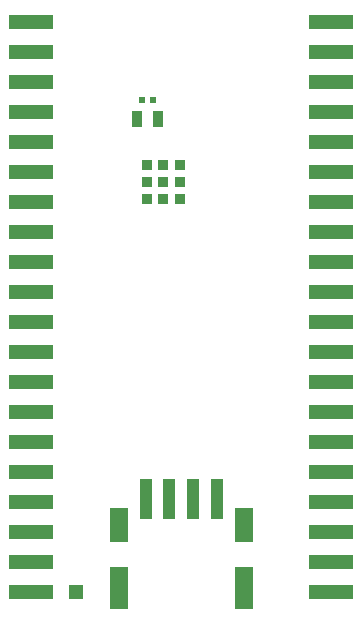
<source format=gbp>
G75*
%MOIN*%
%OFA0B0*%
%FSLAX25Y25*%
%IPPOS*%
%LPD*%
%AMOC8*
5,1,8,0,0,1.08239X$1,22.5*
%
%ADD10R,0.15000X0.05000*%
%ADD11R,0.05000X0.05000*%
%ADD12R,0.03543X0.05512*%
%ADD13R,0.02441X0.02441*%
%ADD14R,0.03937X0.13386*%
%ADD15R,0.05906X0.14173*%
%ADD16R,0.05906X0.11811*%
%ADD17R,0.03543X0.03543*%
D10*
X0012083Y0010050D03*
X0012083Y0020050D03*
X0012083Y0030050D03*
X0012083Y0040050D03*
X0012083Y0050050D03*
X0012083Y0060050D03*
X0012083Y0070050D03*
X0012083Y0080050D03*
X0012083Y0090050D03*
X0012083Y0100050D03*
X0012083Y0110050D03*
X0012083Y0120050D03*
X0012083Y0130050D03*
X0012083Y0140050D03*
X0012083Y0150050D03*
X0012083Y0160050D03*
X0012083Y0170050D03*
X0012083Y0180050D03*
X0012083Y0190050D03*
X0012083Y0200050D03*
X0112083Y0200050D03*
X0112083Y0190050D03*
X0112083Y0180050D03*
X0112083Y0170050D03*
X0112083Y0160050D03*
X0112083Y0150050D03*
X0112083Y0140050D03*
X0112083Y0130050D03*
X0112083Y0120050D03*
X0112083Y0110050D03*
X0112083Y0100050D03*
X0112083Y0090050D03*
X0112083Y0080050D03*
X0112083Y0070050D03*
X0112083Y0060050D03*
X0112083Y0050050D03*
X0112083Y0040050D03*
X0112083Y0030050D03*
X0112083Y0020050D03*
X0112083Y0010050D03*
D11*
X0027083Y0010050D03*
D12*
X0047289Y0167550D03*
X0054376Y0167550D03*
D13*
X0052604Y0173800D03*
X0049061Y0173800D03*
D14*
X0050272Y0040867D03*
X0058146Y0040867D03*
X0066020Y0040867D03*
X0073894Y0040867D03*
D15*
X0082949Y0011339D03*
X0041217Y0011339D03*
D16*
X0041217Y0032206D03*
X0082949Y0032206D03*
D17*
X0061689Y0141103D03*
X0061689Y0146615D03*
X0061689Y0152127D03*
X0056177Y0152127D03*
X0056177Y0146615D03*
X0056177Y0141103D03*
X0050665Y0141103D03*
X0050665Y0146615D03*
X0050665Y0152127D03*
M02*

</source>
